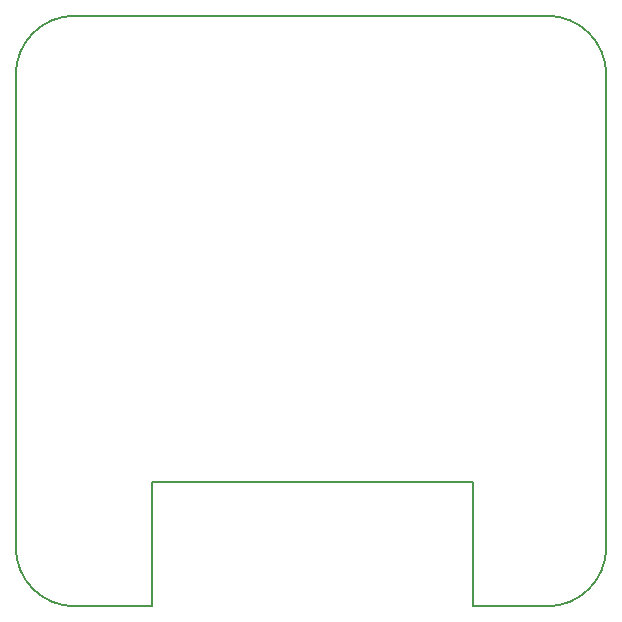
<source format=gbr>
G04 #@! TF.GenerationSoftware,KiCad,Pcbnew,(5.1.10)-1*
G04 #@! TF.CreationDate,2021-07-25T15:26:42+01:00*
G04 #@! TF.ProjectId,EMFDetector_v2,454d4644-6574-4656-9374-6f725f76322e,rev?*
G04 #@! TF.SameCoordinates,PX7270e00PY8a48640*
G04 #@! TF.FileFunction,Profile,NP*
%FSLAX46Y46*%
G04 Gerber Fmt 4.6, Leading zero omitted, Abs format (unit mm)*
G04 Created by KiCad (PCBNEW (5.1.10)-1) date 2021-07-25 15:26:42*
%MOMM*%
%LPD*%
G01*
G04 APERTURE LIST*
G04 #@! TA.AperFunction,Profile*
%ADD10C,0.150000*%
G04 #@! TD*
G04 APERTURE END LIST*
D10*
X11500000Y0D02*
X11500000Y10500000D01*
X5000000Y0D02*
X11500000Y0D01*
X38750000Y10500000D02*
X11500000Y10500000D01*
X38750000Y0D02*
X38750000Y10500000D01*
X45000000Y0D02*
X38750000Y0D01*
X5000000Y50000000D02*
G75*
G03*
X0Y45000000I0J-5000000D01*
G01*
X50000000Y45000000D02*
G75*
G03*
X45000000Y50000000I-5000000J0D01*
G01*
X45000000Y0D02*
G75*
G03*
X50000000Y5000000I0J5000000D01*
G01*
X0Y5000000D02*
G75*
G03*
X5000000Y0I5000000J0D01*
G01*
X50000000Y45000000D02*
X50000000Y5000000D01*
X5000000Y50000000D02*
X45000000Y50000000D01*
X0Y5000000D02*
X0Y45000000D01*
M02*

</source>
